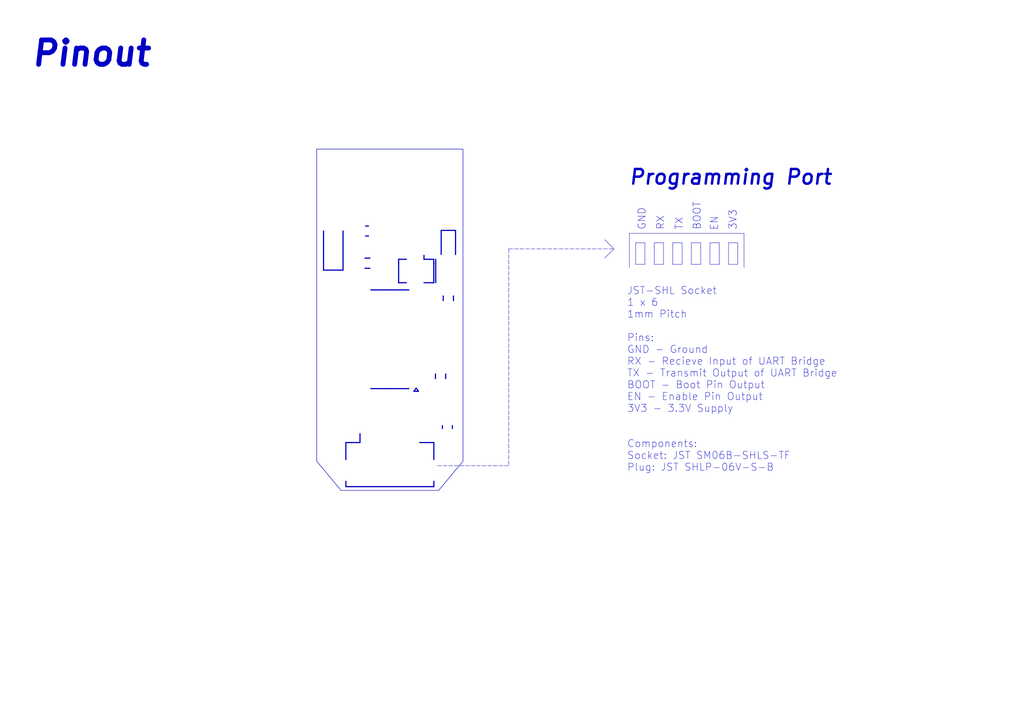
<source format=kicad_sch>
(kicad_sch
	(version 20231120)
	(generator "eeschema")
	(generator_version "8.0")
	(uuid "9ce4d237-f43f-423b-b1ba-4e1245516c3c")
	(paper "A3")
	(title_block
		(title "ESP-PROG Stick")
		(date "2024-10-31")
		(rev "2")
		(company "harexew.com // github.com/harexew")
	)
	(lib_symbols)
	(polyline
		(pts
			(xy 185.9848 123.2992) (xy 185.9848 121.4008)
		)
		(stroke
			(width 0.4799)
			(type solid)
		)
		(uuid "0126f12c-8440-4504-93c5-e9ae80a329e1")
	)
	(polyline
		(pts
			(xy 151.13 96.79) (xy 149.9596 96.79)
		)
		(stroke
			(width 0.4799)
			(type solid)
		)
		(uuid "03b2c730-9098-4d33-9ed6-acb81e7e94bd")
	)
	(polyline
		(pts
			(xy 166.6948 115.95) (xy 163.4948 115.95)
		)
		(stroke
			(width 0.4799)
			(type solid)
		)
		(uuid "092c045a-3db1-4ca4-8ee3-031ab4276a5c")
	)
	(polyline
		(pts
			(xy 179.4248 190.99) (xy 208.6348 190.99)
		)
		(stroke
			(width 0)
			(type dash)
		)
		(uuid "0b6e40ad-b921-4cf0-8d8c-5238a218c3a5")
	)
	(polyline
		(pts
			(xy 186.8348 94.51) (xy 180.9548 94.51)
		)
		(stroke
			(width 0.4799)
			(type solid)
		)
		(uuid "0ea9accb-461f-4d08-9ee8-6633d21cb879")
	)
	(polyline
		(pts
			(xy 305.1548 95.74) (xy 305.1548 109.71)
		)
		(stroke
			(width 0)
			(type default)
		)
		(uuid "10024249-e772-436f-8028-2db65e6f5865")
	)
	(polyline
		(pts
			(xy 248.0048 98.28) (xy 251.8148 102.09)
		)
		(stroke
			(width 0)
			(type solid)
		)
		(uuid "13304b4e-01f1-497c-be43-2cd06b2e21ac")
	)
	(polyline
		(pts
			(xy 177.8948 107.95) (xy 177.8948 106.35)
		)
		(stroke
			(width 0.4799)
			(type solid)
		)
		(uuid "181dfa1b-a048-4b11-be06-78ba439e2afc")
	)
	(polyline
		(pts
			(xy 149.676 110.04) (xy 151.7136 110.04)
		)
		(stroke
			(width 0.4799)
			(type solid)
		)
		(uuid "3263050c-85cf-4811-b6e7-6769b2cc4de4")
	)
	(polyline
		(pts
			(xy 178.6048 153.4008) (xy 178.6048 155.2992)
		)
		(stroke
			(width 0.4799)
			(type solid)
		)
		(uuid "35eb02d8-0407-45ff-acd3-0f2292ec4d5b")
	)
	(polyline
		(pts
			(xy 181.4548 174.5648) (xy 181.4548 175.7352)
		)
		(stroke
			(width 0.4799)
			(type solid)
		)
		(uuid "38ae0b31-3089-45e3-9aa5-59e80acb57bf")
	)
	(polyline
		(pts
			(xy 186.8348 104.35) (xy 186.8348 94.51)
		)
		(stroke
			(width 0.4799)
			(type solid)
		)
		(uuid "43ee55d9-4c84-4ff8-9571-61914f702263")
	)
	(polyline
		(pts
			(xy 177.9348 188.51) (xy 177.9348 181.51)
		)
		(stroke
			(width 0.4799)
			(type solid)
		)
		(uuid "459d77e3-190f-400d-ae61-b931439981f0")
	)
	(polyline
		(pts
			(xy 151.13 92.71) (xy 149.9596 92.71)
		)
		(stroke
			(width 0.4799)
			(type solid)
		)
		(uuid "49043423-5e9d-49f4-9217-c747f1598aa2")
	)
	(polyline
		(pts
			(xy 181.8048 123.2992) (xy 181.8048 121.4008)
		)
		(stroke
			(width 0.4799)
			(type solid)
		)
		(uuid "4afffae6-5036-42fe-bf83-702513e1eeff")
	)
	(polyline
		(pts
			(xy 258.1648 95.74) (xy 305.1548 95.74)
		)
		(stroke
			(width 0)
			(type default)
		)
		(uuid "4f13df50-26ec-460d-beba-f98ae29fc7a0")
	)
	(polyline
		(pts
			(xy 208.6348 102.09) (xy 208.6348 190.99)
		)
		(stroke
			(width 0)
			(type dash)
		)
		(uuid "519e5db5-4267-48b0-bed6-6ac814252ea1")
	)
	(polyline
		(pts
			(xy 177.9348 181.51) (xy 172.1348 181.51)
		)
		(stroke
			(width 0.4799)
			(type solid)
		)
		(uuid "54a556c1-07f9-4e57-b28d-6558fcf13a6e")
	)
	(polyline
		(pts
			(xy 163.4948 107.95) (xy 163.4948 106.35)
		)
		(stroke
			(width 0.4799)
			(type solid)
		)
		(uuid "58444ff3-24f1-4e5a-9f77-27614a6480b0")
	)
	(polyline
		(pts
			(xy 173.8948 106.35) (xy 177.8948 106.35)
		)
		(stroke
			(width 0.4799)
			(type solid)
		)
		(uuid "5af154ea-c69e-430a-bb1b-6df13cbcba36")
	)
	(polyline
		(pts
			(xy 182.7848 153.4008) (xy 182.7848 155.2992)
		)
		(stroke
			(width 0.4799)
			(type solid)
		)
		(uuid "5cffdac1-dae8-4702-b7d4-b1e620f72a57")
	)
	(polyline
		(pts
			(xy 185.5348 174.5648) (xy 185.5348 175.7352)
		)
		(stroke
			(width 0.4799)
			(type solid)
		)
		(uuid "623ce501-2da4-4ceb-88c8-1f7ad1468932")
	)
	(polyline
		(pts
			(xy 163.4948 106.35) (xy 166.6948 106.35)
		)
		(stroke
			(width 0.4799)
			(type solid)
		)
		(uuid "6331c830-6935-4240-811a-7a5af6da3c89")
	)
	(polyline
		(pts
			(xy 132.6948 110.79) (xy 132.6948 94.75)
		)
		(stroke
			(width 0.4799)
			(type solid)
		)
		(uuid "66762f48-a59e-4982-83c3-be4a98aa16fc")
	)
	(polyline
		(pts
			(xy 159.8948 118.91) (xy 152.0948 118.91)
		)
		(stroke
			(width 0.4799)
			(type solid)
		)
		(uuid "6a9ddb40-77fc-4ebf-a1f4-7f64c8447bf3")
	)
	(polyline
		(pts
			(xy 141.8548 197.39) (xy 141.8548 199.59)
		)
		(stroke
			(width 0.4799)
			(type solid)
		)
		(uuid "7779db05-90a4-48a4-bd89-020b3f325233")
	)
	(polyline
		(pts
			(xy 177.8948 115.95) (xy 173.8948 115.95)
		)
		(stroke
			(width 0.4799)
			(type solid)
		)
		(uuid "825e5f07-dc8e-4342-b649-9d40cba173a4")
	)
	(polyline
		(pts
			(xy 258.1648 95.74) (xy 258.1648 109.71)
		)
		(stroke
			(width 0)
			(type default)
		)
		(uuid "88b1a51f-cf9a-418a-abe2-e6d1bbf0c3de")
	)
	(polyline
		(pts
			(xy 180.9548 94.51) (xy 180.9548 104.35)
		)
		(stroke
			(width 0.4799)
			(type solid)
		)
		(uuid "8add6bb5-6814-4f05-81ec-db231694c853")
	)
	(polyline
		(pts
			(xy 141.8548 199.59) (xy 177.9348 199.59)
		)
		(stroke
			(width 0.4799)
			(type solid)
		)
		(uuid "8ccb9c23-26f5-4266-91d4-0f9477738e29")
	)
	(polyline
		(pts
			(xy 132.6948 110.79) (xy 140.6948 110.79)
		)
		(stroke
			(width 0.4799)
			(type solid)
		)
		(uuid "8da490bf-83a0-41c3-90f0-7c70370fbf22")
	)
	(polyline
		(pts
			(xy 140.6948 110.79) (xy 140.6948 94.75)
		)
		(stroke
			(width 0.4799)
			(type solid)
		)
		(uuid "957dc987-0c05-4886-91ba-56227ac9e323")
	)
	(polyline
		(pts
			(xy 141.8548 188.51) (xy 141.8548 181.51)
		)
		(stroke
			(width 0.4799)
			(type solid)
		)
		(uuid "97533e0a-dd55-45b8-8fb7-9c75864ce965")
	)
	(polyline
		(pts
			(xy 159.8948 159.39) (xy 152.0948 159.39)
		)
		(stroke
			(width 0.4799)
			(type solid)
		)
		(uuid "9ce5eab9-46ae-4cad-922c-d28e99101bce")
	)
	(polyline
		(pts
			(xy 173.8948 106.35) (xy 173.8948 104.75)
		)
		(stroke
			(width 0.4799)
			(type solid)
		)
		(uuid "a302bbd3-5a9f-47f8-82a1-a46196759335")
	)
	(polyline
		(pts
			(xy 147.6548 181.51) (xy 147.6548 177.95)
		)
		(stroke
			(width 0.4799)
			(type solid)
		)
		(uuid "a921a81a-da1f-4d89-96eb-a4988a94f4bd")
	)
	(polyline
		(pts
			(xy 141.8548 181.51) (xy 147.6548 181.51)
		)
		(stroke
			(width 0.4799)
			(type solid)
		)
		(uuid "af5076cb-8546-4f20-8735-65692902a5eb")
	)
	(polyline
		(pts
			(xy 149.676 105.86) (xy 151.7136 105.86)
		)
		(stroke
			(width 0.4799)
			(type solid)
		)
		(uuid "bbbaac50-5d20-4a54-9e6e-b63079d570b3")
	)
	(polyline
		(pts
			(xy 159.8948 118.91) (xy 167.6948 118.91)
		)
		(stroke
			(width 0.4799)
			(type solid)
		)
		(uuid "c2a8cd57-bbdd-4b2e-81b0-cdd80e27b86d")
	)
	(polyline
		(pts
			(xy 163.4948 115.95) (xy 163.4948 107.95)
		)
		(stroke
			(width 0.4799)
			(type solid)
		)
		(uuid "c57158c2-311d-4d4a-94d4-fb7dba20677d")
	)
	(polyline
		(pts
			(xy 177.9348 199.59) (xy 177.9348 197.39)
		)
		(stroke
			(width 0.4799)
			(type solid)
		)
		(uuid "e1b37bc2-89a9-4960-86e2-76ee273d64f7")
	)
	(polyline
		(pts
			(xy 248.0048 105.9) (xy 251.8148 102.09)
		)
		(stroke
			(width 0)
			(type solid)
		)
		(uuid "e65ec47e-3210-480d-a644-5b425ae3c968")
	)
	(polyline
		(pts
			(xy 208.6348 102.09) (xy 251.8148 102.09)
		)
		(stroke
			(width 0)
			(type dash)
		)
		(uuid "ecf94127-b97c-4ed0-b3c1-d7cec3cd562a")
	)
	(polyline
		(pts
			(xy 159.8948 159.39) (xy 167.6948 159.39)
		)
		(stroke
			(width 0.4799)
			(type solid)
		)
		(uuid "ef7a56cd-3a8f-4155-b24c-ee42cd6850ac")
	)
	(polyline
		(pts
			(xy 177.8948 107.95) (xy 177.8948 115.95)
		)
		(stroke
			(width 0.4799)
			(type solid)
		)
		(uuid "f4315672-855f-43fa-87dd-e874ddb99754")
	)
	(polyline
		(pts
			(xy 178.6948 115.95) (xy 178.6948 107.95)
		)
		(stroke
			(width 0.4799)
			(type solid)
		)
		(uuid "f9d859ba-c2a5-4bc0-834e-b9359dd3275a")
	)
	(polyline
		(pts
			(xy 178.6948 107.95) (xy 178.6948 106.35)
		)
		(stroke
			(width 0.4799)
			(type solid)
		)
		(uuid "fa20e350-3d1a-41c2-a707-209f5fce40c2")
	)
	(polyline
		(pts
			(xy 153.5244 130.3756) (xy 153.7192 130.5056) (xy 153.8492 130.7004) (xy 153.8948 130.93) (xy 153.8948 132.13)
			(xy 153.8492 132.3596) (xy 153.7192 132.5544) (xy 153.5244 132.6844) (xy 153.2948 132.73) (xy 146.6948 132.73)
			(xy 146.4652 132.6844) (xy 146.2704 132.5544) (xy 146.1404 132.3596) (xy 146.0948 132.13) (xy 146.0948 130.93)
			(xy 146.1404 130.7004) (xy 146.2704 130.5056) (xy 146.4652 130.3756) (xy 146.6948 130.33) (xy 153.2948 130.33)
			(xy 153.5244 130.3756)
		)
		(stroke
			(width -0.0001)
			(type solid)
		)
		(fill
			(type outline)
		)
		(uuid 034c16c9-6e2a-4268-8309-cb9cef35bff8)
	)
	(polyline
		(pts
			(xy 147.3696 79.182) (xy 147.7728 79.36) (xy 148.0848 79.672) (xy 148.2628 80.0752) (xy 148.2948 80.35)
			(xy 148.2948 85.95) (xy 148.2628 86.2248) (xy 148.0848 86.628) (xy 147.7728 86.94) (xy 147.3696 87.118)
			(xy 147.0948 87.15) (xy 144.6948 87.15) (xy 144.42 87.118) (xy 144.0168 86.94) (xy 143.7048 86.628)
			(xy 143.5268 86.2248) (xy 143.4948 85.95) (xy 143.4948 80.35) (xy 143.5268 80.0752) (xy 143.7048 79.672)
			(xy 144.0168 79.36) (xy 144.42 79.182) (xy 144.6948 79.15) (xy 147.0948 79.15) (xy 147.3696 79.182)
		)
		(stroke
			(width -0.0001)
			(type solid)
		)
		(fill
			(type outline)
		)
		(uuid 0483da03-9f25-419b-b11d-822afb8e2257)
	)
	(polyline
		(pts
			(xy 170.7244 177.9956) (xy 170.9192 178.1256) (xy 171.0492 178.3204) (xy 171.0948 178.55) (xy 171.0948 182.35)
			(xy 171.0492 182.5796) (xy 170.9192 182.7744) (xy 170.7244 182.9044) (xy 170.4948 182.95) (xy 169.2948 182.95)
			(xy 169.0652 182.9044) (xy 168.8704 182.7744) (xy 168.7404 182.5796) (xy 168.6948 182.35) (xy 168.6948 178.55)
			(xy 168.7404 178.3204) (xy 168.8704 178.1256) (xy 169.0652 177.9956) (xy 169.2948 177.95) (xy 170.4948 177.95)
			(xy 170.7244 177.9956)
		)
		(stroke
			(width -0.0001)
			(type solid)
		)
		(fill
			(type outline)
		)
		(uuid 074734ab-fa89-4fd7-b2a0-e4443b0d7269)
	)
	(polyline
		(pts
			(xy 185.3008 117.5108) (xy 185.5604 117.6844) (xy 185.734 117.944) (xy 185.7948 118.25) (xy 185.7948 119.85)
			(xy 185.734 120.156) (xy 185.5604 120.4156) (xy 185.3008 120.5892) (xy 184.9948 120.65) (xy 182.7948 120.65)
			(xy 182.4888 120.5892) (xy 182.2292 120.4156) (xy 182.0556 120.156) (xy 181.9948 119.85) (xy 181.9948 118.25)
			(xy 182.0556 117.944) (xy 182.2292 117.6844) (xy 182.4888 117.5108) (xy 182.7948 117.45) (xy 184.9948 117.45)
			(xy 185.3008 117.5108)
		)
		(stroke
			(width -0.0001)
			(type solid)
		)
		(fill
			(type outline)
		)
		(uuid 09b18d78-1699-413a-9157-ceaafc5a0ac6)
	)
	(polyline
		(pts
			(xy 184.7308 64.7832) (xy 185.1512 64.9688) (xy 185.476 65.2936) (xy 185.6616 65.714) (xy 185.6948 66.0001)
			(xy 185.6948 79.5) (xy 185.6616 79.786) (xy 185.476 80.2064) (xy 185.1512 80.5312) (xy 184.7308 80.7168)
			(xy 184.4448 80.75) (xy 180.9448 80.75) (xy 180.6588 80.7168) (xy 180.2384 80.5312) (xy 179.9136 80.2064)
			(xy 179.728 79.786) (xy 179.6948 79.5) (xy 179.6948 66.0001) (xy 179.728 65.714) (xy 179.9136 65.2936)
			(xy 180.2384 64.9688) (xy 180.6588 64.7832) (xy 180.9448 64.7501) (xy 184.4448 64.7501) (xy 184.7308 64.7832)
		)
		(stroke
			(width -0.0001)
			(type solid)
		)
		(fill
			(type outline)
		)
		(uuid 10b380d6-7727-4921-b072-f047c8c1502f)
	)
	(polyline
		(pts
			(xy 184.8084 176.5224) (xy 185.1164 176.7284) (xy 185.3224 177.0364) (xy 185.3948 177.4) (xy 185.3948 179.8)
			(xy 185.3224 180.1636) (xy 185.1164 180.4716) (xy 184.8084 180.6776) (xy 184.4448 180.75) (xy 182.5448 180.75)
			(xy 182.1812 180.6776) (xy 181.8732 180.4716) (xy 181.6672 180.1636) (xy 181.5948 179.8) (xy 181.5948 177.4)
			(xy 181.6672 177.0364) (xy 181.8732 176.7284) (xy 182.1812 176.5224) (xy 182.5448 176.45) (xy 184.4448 176.45)
			(xy 184.8084 176.5224)
		)
		(stroke
			(width -0.0001)
			(type solid)
		)
		(fill
			(type outline)
		)
		(uuid 17ac73d8-312e-4adf-bf0a-542147d4c2ca)
	)
	(rectangle
		(start 260.7048 99.55)
		(end 264.5148 108.44)
		(stroke
			(width 0)
			(type default)
		)
		(fill
			(type none)
		)
		(uuid 1aa8f4a7-8547-4577-b677-13c99891bb65)
	)
	(polyline
		(pts
			(xy 173.3244 135.4556) (xy 173.5192 135.5856) (xy 173.6492 135.7804) (xy 173.6948 136.01) (xy 173.6948 137.21)
			(xy 173.6492 137.4396) (xy 173.5192 137.6344) (xy 173.3244 137.7644) (xy 173.0948 137.81) (xy 166.4948 137.81)
			(xy 166.2652 137.7644) (xy 166.0704 137.6344) (xy 165.9404 137.4396) (xy 165.8948 137.21) (xy 165.8948 136.01)
			(xy 165.9404 135.7804) (xy 166.0704 135.5856) (xy 166.2652 135.4556) (xy 166.4948 135.41) (xy 173.0948 135.41)
			(xy 173.3244 135.4556)
		)
		(stroke
			(width -0.0001)
			(type solid)
		)
		(fill
			(type outline)
		)
		(uuid 1b960453-c038-4e6e-8211-6d79bbf4b24c)
	)
	(rectangle
		(start 298.8048 99.55)
		(end 302.6148 108.44)
		(stroke
			(width 0)
			(type default)
		)
		(fill
			(type none)
		)
		(uuid 213337f2-20f5-4af2-b99a-87fd1ee71669)
	)
	(polyline
		(pts
			(xy 171.6548 160.49) (xy 169.7348 160.49) (xy 170.6948 159.17) (xy 171.6548 160.49)
		)
		(stroke
			(width 0.4799)
			(type solid)
		)
		(fill
			(type outline)
		)
		(uuid 26709f83-8745-498d-a370-1966a7aaed0b)
	)
	(polyline
		(pts
			(xy 153.5244 125.2956) (xy 153.7192 125.4256) (xy 153.8492 125.6204) (xy 153.8948 125.85) (xy 153.8948 127.05)
			(xy 153.8492 127.2796) (xy 153.7192 127.4744) (xy 153.5244 127.6044) (xy 153.2948 127.65) (xy 146.6948 127.65)
			(xy 146.4652 127.6044) (xy 146.2704 127.4744) (xy 146.1404 127.2796) (xy 146.0948 127.05) (xy 146.0948 125.85)
			(xy 146.1404 125.6204) (xy 146.2704 125.4256) (xy 146.4652 125.2956) (xy 146.6948 125.25) (xy 153.2948 125.25)
			(xy 153.5244 125.2956)
		)
		(stroke
			(width -0.0001)
			(type solid)
		)
		(fill
			(type outline)
		)
		(uuid 28060ad1-1dfa-4729-a3dc-bad9d49fb85b)
	)
	(polyline
		(pts
			(xy 153.5244 145.6156) (xy 153.7192 145.7456) (xy 153.8492 145.9404) (xy 153.8948 146.17) (xy 153.8948 147.37)
			(xy 153.8492 147.5996) (xy 153.7192 147.7944) (xy 153.5244 147.9244) (xy 153.2948 147.97) (xy 146.6948 147.97)
			(xy 146.4652 147.9244) (xy 146.2704 147.7944) (xy 146.1404 147.5996) (xy 146.0948 147.37) (xy 146.0948 146.17)
			(xy 146.1404 145.9404) (xy 146.2704 145.7456) (xy 146.4652 145.6156) (xy 146.6948 145.57) (xy 153.2948 145.57)
			(xy 153.5244 145.6156)
		)
		(stroke
			(width -0.0001)
			(type solid)
		)
		(fill
			(type outline)
		)
		(uuid 29134a3e-378c-476e-ac63-783ec242f198)
	)
	(polyline
		(pts
			(xy 173.3244 140.5356) (xy 173.5192 140.6656) (xy 173.6492 140.8604) (xy 173.6948 141.09) (xy 173.6948 142.29)
			(xy 173.6492 142.5196) (xy 173.5192 142.7144) (xy 173.3244 142.8444) (xy 173.0948 142.89) (xy 166.4948 142.89)
			(xy 166.2652 142.8444) (xy 166.0704 142.7144) (xy 165.9404 142.5196) (xy 165.8948 142.29) (xy 165.8948 141.09)
			(xy 165.9404 140.8604) (xy 166.0704 140.6656) (xy 166.2652 140.5356) (xy 166.4948 140.49) (xy 173.0948 140.49)
			(xy 173.3244 140.5356)
		)
		(stroke
			(width -0.0001)
			(type solid)
		)
		(fill
			(type outline)
		)
		(uuid 2b0639b3-581d-4fcc-a0d2-addb092cb684)
	)
	(polyline
		(pts
			(xy 185.2084 102.6224) (xy 185.5164 102.8284) (xy 185.7224 103.1364) (xy 185.7948 103.5) (xy 185.7948 105.8)
			(xy 185.7224 106.1636) (xy 185.5164 106.4716) (xy 185.2084 106.6776) (xy 184.8448 106.75) (xy 182.9448 106.75)
			(xy 182.5812 106.6776) (xy 182.2732 106.4716) (xy 182.0672 106.1636) (xy 181.9948 105.8) (xy 181.9948 103.5)
			(xy 182.0672 103.1364) (xy 182.2732 102.8284) (xy 182.5812 102.6224) (xy 182.9448 102.55) (xy 184.8448 102.55)
			(xy 185.2084 102.6224)
		)
		(stroke
			(width -0.0001)
			(type solid)
		)
		(fill
			(type outline)
		)
		(uuid 2e2c7b3e-42bb-47ff-9dd7-bee2635d7a68)
	)
	(rectangle
		(start 268.3248 99.55)
		(end 272.1348 108.44)
		(stroke
			(width 0)
			(type default)
		)
		(fill
			(type none)
		)
		(uuid 2f5a3a32-b32a-4006-a9fc-f9234b838965)
	)
	(polyline
		(pts
			(xy 182.1008 149.5108) (xy 182.3604 149.6844) (xy 182.534 149.944) (xy 182.5948 150.25) (xy 182.5948 151.85)
			(xy 182.534 152.156) (xy 182.3604 152.4156) (xy 182.1008 152.5892) (xy 181.7948 152.65) (xy 179.5948 152.65)
			(xy 179.2888 152.5892) (xy 179.0292 152.4156) (xy 178.8556 152.156) (xy 178.7948 151.85) (xy 178.7948 150.25)
			(xy 178.8556 149.944) (xy 179.0292 149.6844) (xy 179.2888 149.5108) (xy 179.5948 149.45) (xy 181.7948 149.45)
			(xy 182.1008 149.5108)
		)
		(stroke
			(width -0.0001)
			(type solid)
		)
		(fill
			(type outline)
		)
		(uuid 34f3f738-508d-45cd-bd03-8b52c40edcff)
	)
	(polyline
		(pts
			(xy 139.1308 64.7832) (xy 139.5512 64.9688) (xy 139.876 65.2936) (xy 140.0616 65.714) (xy 140.0948 66.0001)
			(xy 140.0948 79.5) (xy 140.0616 79.786) (xy 139.876 80.2064) (xy 139.5512 80.5312) (xy 139.1308 80.7168)
			(xy 138.8448 80.75) (xy 135.3448 80.75) (xy 135.0588 80.7168) (xy 134.6384 80.5312) (xy 134.3136 80.2064)
			(xy 134.128 79.786) (xy 134.0948 79.5) (xy 134.0948 66.0001) (xy 134.128 65.714) (xy 134.3136 65.2936)
			(xy 134.6384 64.9688) (xy 135.0588 64.7832) (xy 135.3448 64.7501) (xy 138.8448 64.7501) (xy 139.1308 64.7832)
		)
		(stroke
			(width -0.0001)
			(type solid)
		)
		(fill
			(type outline)
		)
		(uuid 3d826f10-138f-402f-8c20-6e8df6b86737)
	)
	(polyline
		(pts
			(xy 138.5392 106.2184) (xy 138.8312 106.4136) (xy 139.0264 106.7056) (xy 139.0948 107.05) (xy 139.0948 108.85)
			(xy 139.0264 109.1944) (xy 138.8312 109.4864) (xy 138.5392 109.6816) (xy 138.1948 109.75) (xy 135.1948 109.75)
			(xy 134.8504 109.6816) (xy 134.5584 109.4864) (xy 134.3632 109.1944) (xy 134.2948 108.85) (xy 134.2948 107.05)
			(xy 134.3632 106.7056) (xy 134.5584 106.4136) (xy 134.8504 106.2184) (xy 135.1948 106.15) (xy 138.1948 106.15)
			(xy 138.5392 106.2184)
		)
		(stroke
			(width -0.0001)
			(type solid)
		)
		(fill
			(type outline)
		)
		(uuid 3db26ef4-f436-4585-93d8-b9b847fc5608)
	)
	(polyline
		(pts
			(xy 155.7084 106.1224) (xy 156.0164 106.3284) (xy 156.2224 106.6364) (xy 156.2948 107) (xy 156.2948 108.9)
			(xy 156.2224 109.2636) (xy 156.0164 109.5716) (xy 155.7084 109.7776) (xy 155.3448 109.85) (xy 153.3448 109.85)
			(xy 152.9812 109.7776) (xy 152.6732 109.5716) (xy 152.4672 109.2636) (xy 152.3948 108.9) (xy 152.3948 107)
			(xy 152.4672 106.6364) (xy 152.6732 106.3284) (xy 152.9812 106.1224) (xy 153.3448 106.05) (xy 155.3448 106.05)
			(xy 155.7084 106.1224)
		)
		(stroke
			(width -0.0001)
			(type solid)
		)
		(fill
			(type outline)
		)
		(uuid 489c8d66-7c08-4b13-9187-9870adeb95b1)
	)
	(rectangle
		(start 291.1848 99.55)
		(end 294.9948 108.44)
		(stroke
			(width 0)
			(type default)
		)
		(fill
			(type none)
		)
		(uuid 4935a77d-c858-4513-b541-60eed7eeaf12)
	)
	(polyline
		(pts
			(xy 176.9392 189.6184) (xy 177.2312 189.8136) (xy 177.4264 190.1056) (xy 177.4948 190.45) (xy 177.4948 195.45)
			(xy 177.4264 195.7944) (xy 177.2312 196.0864) (xy 176.9392 196.2816) (xy 176.5948 196.35) (xy 174.7948 196.35)
			(xy 174.4504 196.2816) (xy 174.1584 196.0864) (xy 173.9632 195.7944) (xy 173.8948 195.45) (xy 173.8948 190.45)
			(xy 173.9632 190.1056) (xy 174.1584 189.8136) (xy 174.4504 189.6184) (xy 174.7948 189.55) (xy 176.5948 189.55)
			(xy 176.9392 189.6184)
		)
		(stroke
			(width -0.0001)
			(type solid)
		)
		(fill
			(type outline)
		)
		(uuid 4e2a9490-afec-457a-9ea7-f546768ca43d)
	)
	(rectangle
		(start 275.9448 99.55)
		(end 279.7548 108.44)
		(stroke
			(width 0)
			(type default)
		)
		(fill
			(type none)
		)
		(uuid 53eeb8f5-686d-4c98-b4bf-c85d4cfa2aec)
	)
	(polyline
		(pts
			(xy 155.5584 92.9224) (xy 155.8664 93.1284) (xy 156.0724 93.4364) (xy 156.1448 93.8) (xy 156.1448 95.7)
			(xy 156.0724 96.0636) (xy 155.8664 96.3716) (xy 155.5584 96.5776) (xy 155.1948 96.65) (xy 152.7948 96.65)
			(xy 152.4312 96.5776) (xy 152.1232 96.3716) (xy 151.9172 96.0636) (xy 151.8448 95.7) (xy 151.8448 93.8)
			(xy 151.9172 93.4364) (xy 152.1232 93.1284) (xy 152.4312 92.9224) (xy 152.7948 92.85) (xy 155.1948 92.85)
			(xy 155.5584 92.9224)
		)
		(stroke
			(width -0.0001)
			(type solid)
		)
		(fill
			(type outline)
		)
		(uuid 61a89620-60c3-485b-9314-82953b27ef78)
	)
	(polyline
		(pts
			(xy 158.7244 177.9956) (xy 158.9192 178.1256) (xy 159.0492 178.3204) (xy 159.0948 178.55) (xy 159.0948 182.35)
			(xy 159.0492 182.5796) (xy 158.9192 182.7744) (xy 158.7244 182.9044) (xy 158.4948 182.95) (xy 157.2948 182.95)
			(xy 157.0652 182.9044) (xy 156.8704 182.7744) (xy 156.7404 182.5796) (xy 156.6948 182.35) (xy 156.6948 178.55)
			(xy 156.7404 178.3204) (xy 156.8704 178.1256) (xy 157.0652 177.9956) (xy 157.2948 177.95) (xy 158.4948 177.95)
			(xy 158.7244 177.9956)
		)
		(stroke
			(width -0.0001)
			(type solid)
		)
		(fill
			(type outline)
		)
		(uuid 62784aaf-915b-4f53-802f-a809cf32419c)
	)
	(polyline
		(pts
			(xy 166.7244 177.9956) (xy 166.9192 178.1256) (xy 167.0492 178.3204) (xy 167.0948 178.55) (xy 167.0948 182.35)
			(xy 167.0492 182.5796) (xy 166.9192 182.7744) (xy 166.7244 182.9044) (xy 166.4948 182.95) (xy 165.2948 182.95)
			(xy 165.0652 182.9044) (xy 164.8704 182.7744) (xy 164.7404 182.5796) (xy 164.6948 182.35) (xy 164.6948 178.55)
			(xy 164.7404 178.3204) (xy 164.8704 178.1256) (xy 165.0652 177.9956) (xy 165.2948 177.95) (xy 166.4948 177.95)
			(xy 166.7244 177.9956)
		)
		(stroke
			(width -0.0001)
			(type solid)
		)
		(fill
			(type outline)
		)
		(uuid 6f776973-617e-494c-930b-fae39be2cf25)
	)
	(polyline
		(pts
			(xy 150.7244 177.9956) (xy 150.9192 178.1256) (xy 151.0492 178.3204) (xy 151.0948 178.55) (xy 151.0948 182.35)
			(xy 151.0492 182.5796) (xy 150.9192 182.7744) (xy 150.7244 182.9044) (xy 150.4948 182.95) (xy 149.2948 182.95)
			(xy 149.0652 182.9044) (xy 148.8704 182.7744) (xy 148.7404 182.5796) (xy 148.6948 182.35) (xy 148.6948 178.55)
			(xy 148.7404 178.3204) (xy 148.8704 178.1256) (xy 149.0652 177.9956) (xy 149.2948 177.95) (xy 150.4948 177.95)
			(xy 150.7244 177.9956)
		)
		(stroke
			(width -0.0001)
			(type solid)
		)
		(fill
			(type outline)
		)
		(uuid 7954623e-8ead-42a4-a153-146ab61488b7)
	)
	(polyline
		(pts
			(xy 153.5244 140.5356) (xy 153.7192 140.6656) (xy 153.8492 140.8604) (xy 153.8948 141.09) (xy 153.8948 142.29)
			(xy 153.8492 142.5196) (xy 153.7192 142.7144) (xy 153.5244 142.8444) (xy 153.2948 142.89) (xy 146.6948 142.89)
			(xy 146.4652 142.8444) (xy 146.2704 142.7144) (xy 146.1404 142.5196) (xy 146.0948 142.29) (xy 146.0948 141.09)
			(xy 146.1404 140.8604) (xy 146.2704 140.6656) (xy 146.4652 140.5356) (xy 146.6948 140.49) (xy 153.2948 140.49)
			(xy 153.5244 140.5356)
		)
		(stroke
			(width -0.0001)
			(type solid)
		)
		(fill
			(type outline)
		)
		(uuid 80af9e86-cc69-4d24-90c0-b6eca593c98e)
	)
	(polyline
		(pts
			(xy 185.3008 124.1108) (xy 185.5604 124.2844) (xy 185.734 124.544) (xy 185.7948 124.85) (xy 185.7948 126.45)
			(xy 185.734 126.756) (xy 185.5604 127.0156) (xy 185.3008 127.1892) (xy 184.9948 127.25) (xy 182.7948 127.25)
			(xy 182.4888 127.1892) (xy 182.2292 127.0156) (xy 182.0556 126.756) (xy 181.9948 126.45) (xy 181.9948 124.85)
			(xy 182.0556 124.544) (xy 182.2292 124.2844) (xy 182.4888 124.1108) (xy 182.7948 124.05) (xy 184.9948 124.05)
			(xy 185.3008 124.1108)
		)
		(stroke
			(width -0.0001)
			(type solid)
		)
		(fill
			(type outline)
		)
		(uuid 82107d5a-6e77-43ce-9f00-b7fcb0833435)
	)
	(polyline
		(pts
			(xy 165.4096 79.182) (xy 165.8128 79.36) (xy 166.1248 79.672) (xy 166.3028 80.0752) (xy 166.3348 80.35)
			(xy 166.3348 85.95) (xy 166.3028 86.2248) (xy 166.1248 86.628) (xy 165.8128 86.94) (xy 165.4096 87.118)
			(xy 165.1348 87.15) (xy 162.7348 87.15) (xy 162.46 87.118) (xy 162.0568 86.94) (xy 161.7448 86.628)
			(xy 161.5668 86.2248) (xy 161.5348 85.95) (xy 161.5348 80.35) (xy 161.5668 80.0752) (xy 161.7448 79.672)
			(xy 162.0568 79.36) (xy 162.46 79.182) (xy 162.7348 79.15) (xy 165.1348 79.15) (xy 165.4096 79.182)
		)
		(stroke
			(width -0.0001)
			(type solid)
		)
		(fill
			(type outline)
		)
		(uuid 82146120-643e-42e5-9a4d-fdfd127c1563)
	)
	(polyline
		(pts
			(xy 173.3244 125.2956) (xy 173.5192 125.4256) (xy 173.6492 125.6204) (xy 173.6948 125.85) (xy 173.6948 127.05)
			(xy 173.6492 127.2796) (xy 173.5192 127.4744) (xy 173.3244 127.6044) (xy 173.0948 127.65) (xy 166.4948 127.65)
			(xy 166.2652 127.6044) (xy 166.0704 127.4744) (xy 165.9404 127.2796) (xy 165.8948 127.05) (xy 165.8948 125.85)
			(xy 165.9404 125.6204) (xy 166.0704 125.4256) (xy 166.2652 125.2956) (xy 166.4948 125.25) (xy 173.0948 125.25)
			(xy 173.3244 125.2956)
		)
		(stroke
			(width -0.0001)
			(type solid)
		)
		(fill
			(type outline)
		)
		(uuid 8c430d43-89ec-4ddf-99bf-0d28d5a4208d)
	)
	(polyline
		(pts
			(xy 166.6948 114.95) (xy 165.0948 114.95) (xy 165.0948 107.35) (xy 166.6948 107.35) (xy 166.6948 114.95)
		)
		(stroke
			(width -0.0001)
			(type solid)
		)
		(fill
			(type outline)
		)
		(uuid 90aed504-70c9-47e6-9440-7f98e4f69eef)
	)
	(polyline
		(pts
			(xy 173.3244 145.6156) (xy 173.5192 145.7456) (xy 173.6492 145.9404) (xy 173.6948 146.17) (xy 173.6948 147.37)
			(xy 173.6492 147.5996) (xy 173.5192 147.7944) (xy 173.3244 147.9244) (xy 173.0948 147.97) (xy 166.4948 147.97)
			(xy 166.2652 147.9244) (xy 166.0704 147.7944) (xy 165.9404 147.5996) (xy 165.8948 147.37) (xy 165.8948 146.17)
			(xy 165.9404 145.9404) (xy 166.0704 145.7456) (xy 166.2652 145.6156) (xy 166.4948 145.57) (xy 173.0948 145.57)
			(xy 173.3244 145.6156)
		)
		(stroke
			(width -0.0001)
			(type solid)
		)
		(fill
			(type outline)
		)
		(uuid 9af2581d-1375-489b-a947-6ffbf62da8f0)
	)
	(polyline
		(pts
			(xy 175.3696 79.182) (xy 175.7728 79.36) (xy 176.0848 79.672) (xy 176.2628 80.0752) (xy 176.2948 80.35)
			(xy 176.2948 85.95) (xy 176.2628 86.2248) (xy 176.0848 86.628) (xy 175.7728 86.94) (xy 175.3696 87.118)
			(xy 175.0948 87.15) (xy 172.6948 87.15) (xy 172.42 87.118) (xy 172.0168 86.94) (xy 171.7048 86.628)
			(xy 171.5268 86.2248) (xy 171.4948 85.95) (xy 171.4948 80.35) (xy 171.5268 80.0752) (xy 171.7048 79.672)
			(xy 172.0168 79.36) (xy 172.42 79.182) (xy 172.6948 79.15) (xy 175.0948 79.15) (xy 175.3696 79.182)
		)
		(stroke
			(width -0.0001)
			(type solid)
		)
		(fill
			(type outline)
		)
		(uuid 9f443379-bd6b-44ff-8ea7-0eda0197e004)
	)
	(polyline
		(pts
			(xy 153.5244 155.7756) (xy 153.7192 155.9056) (xy 153.8492 156.1004) (xy 153.8948 156.33) (xy 153.8948 157.53)
			(xy 153.8492 157.7596) (xy 153.7192 157.9544) (xy 153.5244 158.0844) (xy 153.2948 158.13) (xy 146.6948 158.13)
			(xy 146.4652 158.0844) (xy 146.2704 157.9544) (xy 146.1404 157.7596) (xy 146.0948 157.53) (xy 146.0948 156.33)
			(xy 146.1404 156.1004) (xy 146.2704 155.9056) (xy 146.4652 155.7756) (xy 146.6948 155.73) (xy 153.2948 155.73)
			(xy 153.5244 155.7756)
		)
		(stroke
			(width -0.0001)
			(type solid)
		)
		(fill
			(type outline)
		)
		(uuid 9f64af54-c8ea-48a7-9235-29eca8776e44)
	)
	(rectangle
		(start 283.5648 99.55)
		(end 287.3748 108.44)
		(stroke
			(width 0)
			(type default)
		)
		(fill
			(type none)
		)
		(uuid a604938d-4db6-4066-b6ed-5b91fb17edd2)
	)
	(polyline
		(pts
			(xy 171.4948 114.95) (xy 169.8948 114.95) (xy 169.8948 107.35) (xy 171.4948 107.35) (xy 171.4948 114.95)
		)
		(stroke
			(width -0.0001)
			(type solid)
		)
		(fill
			(type outline)
		)
		(uuid acfa98b8-818c-4420-aaea-fbc68ebb352a)
	)
	(polyline
		(pts
			(xy 184.8084 169.6224) (xy 185.1164 169.8284) (xy 185.3224 170.1364) (xy 185.3948 170.5) (xy 185.3948 172.9)
			(xy 185.3224 173.2636) (xy 185.1164 173.5716) (xy 184.8084 173.7776) (xy 184.4448 173.85) (xy 182.5448 173.85)
			(xy 182.1812 173.7776) (xy 181.8732 173.5716) (xy 181.6672 173.2636) (xy 181.5948 172.9) (xy 181.5948 170.5)
			(xy 181.6672 170.1364) (xy 181.8732 169.8284) (xy 182.1812 169.6224) (xy 182.5448 169.55) (xy 184.4448 169.55)
			(xy 184.8084 169.6224)
		)
		(stroke
			(width -0.0001)
			(type solid)
		)
		(fill
			(type outline)
		)
		(uuid ad8d8553-064b-4d34-bad5-697f27a9f573)
	)
	(polyline
		(pts
			(xy 145.3392 189.6184) (xy 145.6312 189.8136) (xy 145.8264 190.1056) (xy 145.8948 190.45) (xy 145.8948 195.45)
			(xy 145.8264 195.7944) (xy 145.6312 196.0864) (xy 145.3392 196.2816) (xy 144.9948 196.35) (xy 143.1948 196.35)
			(xy 142.8504 196.2816) (xy 142.5584 196.0864) (xy 142.3632 195.7944) (xy 142.2948 195.45) (xy 142.2948 190.45)
			(xy 142.3632 190.1056) (xy 142.5584 189.8136) (xy 142.8504 189.6184) (xy 143.1948 189.55) (xy 144.9948 189.55)
			(xy 145.3392 189.6184)
		)
		(stroke
			(width -0.0001)
			(type solid)
		)
		(fill
			(type outline)
		)
		(uuid b67973ae-e17d-443f-92e1-fa4b161c9328)
	)
	(polyline
		(pts
			(xy 153.5244 120.2156) (xy 153.7192 120.3456) (xy 153.8492 120.5404) (xy 153.8948 120.77) (xy 153.8948 121.97)
			(xy 153.8492 122.1996) (xy 153.7192 122.3944) (xy 153.5244 122.5244) (xy 153.2948 122.57) (xy 146.6948 122.57)
			(xy 146.4652 122.5244) (xy 146.2704 122.3944) (xy 146.1404 122.1996) (xy 146.0948 121.97) (xy 146.0948 120.77)
			(xy 146.1404 120.5404) (xy 146.2704 120.3456) (xy 146.4652 120.2156) (xy 146.6948 120.17) (xy 153.2948 120.17)
			(xy 153.5244 120.2156)
		)
		(stroke
			(width -0.0001)
			(type solid)
		)
		(fill
			(type outline)
		)
		(uuid b77dec54-97b4-47a0-89d3-c3f9230eb522)
	)
	(polyline
		(pts
			(xy 148.6584 92.9224) (xy 148.9664 93.1284) (xy 149.1724 93.4364) (xy 149.2448 93.8) (xy 149.2448 95.7)
			(xy 149.1724 96.0636) (xy 148.9664 96.3716) (xy 148.6584 96.5776) (xy 148.2948 96.65) (xy 145.8948 96.65)
			(xy 145.5312 96.5776) (xy 145.2232 96.3716) (xy 145.0172 96.0636) (xy 144.9448 95.7) (xy 144.9448 93.8)
			(xy 145.0172 93.4364) (xy 145.2232 93.1284) (xy 145.5312 92.9224) (xy 145.8948 92.85) (xy 148.2948 92.85)
			(xy 148.6584 92.9224)
		)
		(stroke
			(width -0.0001)
			(type solid)
		)
		(fill
			(type outline)
		)
		(uuid b9d37efb-3388-4249-998d-cfb7a8461c9c)
	)
	(polyline
		(pts
			(xy 173.3244 120.2156) (xy 173.5192 120.3456) (xy 173.6492 120.5404) (xy 173.6948 120.77) (xy 173.6948 121.97)
			(xy 173.6492 122.1996) (xy 173.5192 122.3944) (xy 173.3244 122.5244) (xy 173.0948 122.57) (xy 166.4948 122.57)
			(xy 166.2652 122.5244) (xy 166.0704 122.3944) (xy 165.9404 122.1996) (xy 165.8948 121.97) (xy 165.8948 120.77)
			(xy 165.9404 120.5404) (xy 166.0704 120.3456) (xy 166.2652 120.2156) (xy 166.4948 120.17) (xy 173.0948 120.17)
			(xy 173.3244 120.2156)
		)
		(stroke
			(width -0.0001)
			(type solid)
		)
		(fill
			(type outline)
		)
		(uuid bd3b9b6a-4696-42d4-a70a-7a51ef7c189e)
	)
	(polyline
		(pts
			(xy 153.5244 150.6956) (xy 153.7192 150.8256) (xy 153.8492 151.0204) (xy 153.8948 151.25) (xy 153.8948 152.45)
			(xy 153.8492 152.6796) (xy 153.7192 152.8744) (xy 153.5244 153.0044) (xy 153.2948 153.05) (xy 146.6948 153.05)
			(xy 146.4652 153.0044) (xy 146.2704 152.8744) (xy 146.1404 152.6796) (xy 146.0948 152.45) (xy 146.0948 151.25)
			(xy 146.1404 151.0204) (xy 146.2704 150.8256) (xy 146.4652 150.6956) (xy 146.6948 150.65) (xy 153.2948 150.65)
			(xy 153.5244 150.6956)
		)
		(stroke
			(width -0.0001)
			(type solid)
		)
		(fill
			(type outline)
		)
		(uuid bf390709-a5ba-4042-8c0c-5e5e7dc87e81)
	)
	(polyline
		(pts
			(xy 150.9977 70.7527) (xy 151.0993 70.7604) (xy 151.1994 70.7731) (xy 151.2979 70.7907) (xy 151.3946 70.813)
			(xy 151.4895 70.84) (xy 151.5825 70.8714) (xy 151.6733 70.9072) (xy 151.7619 70.9473) (xy 151.8481 70.9914)
			(xy 151.9319 71.0396) (xy 152.013 71.0916) (xy 152.0914 71.1474) (xy 152.167 71.2068) (xy 152.2396 71.2696)
			(xy 152.309 71.3358) (xy 152.3752 71.4053) (xy 152.4381 71.4779) (xy 152.4975 71.5534) (xy 152.5532 71.6318)
			(xy 152.6053 71.713) (xy 152.6534 71.7967) (xy 152.6976 71.883) (xy 152.7376 71.9716) (xy 152.7734 72.0624)
			(xy 152.8049 72.1553) (xy 152.8318 72.2502) (xy 152.8542 72.347) (xy 152.8718 72.4455) (xy 152.8845 72.5456)
			(xy 152.8922 72.6471) (xy 152.8948 72.7501) (xy 152.8922 72.853) (xy 152.8845 72.9545) (xy 152.8718 73.0546)
			(xy 152.8542 73.1531) (xy 152.8318 73.2499) (xy 152.8049 73.3448) (xy 152.7734 73.4377) (xy 152.7376 73.5285)
			(xy 152.6976 73.6171) (xy 152.6534 73.7034) (xy 152.6053 73.7871) (xy 152.5532 73.8683) (xy 152.4975 73.9467)
			(xy 152.4381 74.0222) (xy 152.3752 74.0948) (xy 152.309 74.1643) (xy 152.2396 74.2305) (xy 152.167 74.2933)
			(xy 152.0914 74.3527) (xy 152.013 74.4085) (xy 151.9319 74.4605) (xy 151.8481 74.5087) (xy 151.7619 74.5528)
			(xy 151.6733 74.5929) (xy 151.5825 74.6287) (xy 151.4895 74.6601) (xy 151.3946 74.6871) (xy 151.2979 74.7094)
			(xy 151.1994 74.727) (xy 151.0993 74.7397) (xy 150.9977 74.7474) (xy 150.8948 74.75) (xy 150.7919 74.7474)
			(xy 150.6903 74.7397) (xy 150.5902 74.727) (xy 150.4917 74.7094) (xy 150.395 74.6871) (xy 150.3001 74.6601)
			(xy 150.2071 74.6287) (xy 150.1163 74.5929) (xy 150.0277 74.5528) (xy 149.9415 74.5087) (xy 149.8577 74.4605)
			(xy 149.7766 74.4085) (xy 149.6982 74.3527) (xy 149.6226 74.2933) (xy 149.55 74.2305) (xy 149.4806 74.1643)
			(xy 149.4144 74.0948) (xy 149.3515 74.0222) (xy 149.2921 73.9467) (xy 149.2364 73.8683) (xy 149.1843 73.7871)
			(xy 149.1362 73.7034) (xy 149.092 73.6171) (xy 149.052 73.5285) (xy 149.0162 73.4377) (xy 148.9847 73.3448)
			(xy 148.9578 73.2499) (xy 148.9354 73.1531) (xy 148.9178 73.0546) (xy 148.9051 72.9545) (xy 148.8974 72.853)
			(xy 148.8948 72.7501) (xy 148.8974 72.6471) (xy 148.9051 72.5456) (xy 148.9178 72.4455) (xy 148.9354 72.347)
			(xy 148.9578 72.2502) (xy 148.9847 72.1553) (xy 149.0162 72.0624) (xy 149.052 71.9716) (xy 149.092 71.883)
			(xy 149.1362 71.7967) (xy 149.1843 71.713) (xy 149.2364 71.6318) (xy 149.2921 71.5534) (xy 149.3515 71.4779)
			(xy 149.4144 71.4053) (xy 149.4806 71.3358) (xy 149.55 71.2696) (xy 149.6226 71.2068) (xy 149.6982 71.1474)
			(xy 149.7766 71.0916) (xy 149.8577 71.0396) (xy 149.9415 70.9914) (xy 150.0277 70.9473) (xy 150.1163 70.9072)
			(xy 150.2071 70.8714) (xy 150.3001 70.84) (xy 150.395 70.813) (xy 150.4917 70.7907) (xy 150.5902 70.7731)
			(xy 150.6903 70.7604) (xy 150.7919 70.7527) (xy 150.8948 70.7501) (xy 150.9977 70.7527)
		)
		(stroke
			(width -0.0001)
			(type solid)
		)
		(fill
			(type outline)
		)
		(uuid c3db7efe-1dad-4dda-86b2-7d14330911d8)
	)
	(polyline
		(pts
			(xy 153.5244 135.4556) (xy 153.7192 135.5856) (xy 153.8492 135.7804) (xy 153.8948 136.01) (xy 153.8948 137.21)
			(xy 153.8492 137.4396) (xy 153.7192 137.6344) (xy 153.5244 137.7644) (xy 153.2948 137.81) (xy 146.6948 137.81)
			(xy 146.4652 137.7644) (xy 146.2704 137.6344) (xy 146.1404 137.4396) (xy 146.0948 137.21) (xy 146.0948 136.01)
			(xy 146.1404 135.7804) (xy 146.2704 135.5856) (xy 146.4652 135.4556) (xy 146.6948 135.41) (xy 153.2948 135.41)
			(xy 153.5244 135.4556)
		)
		(stroke
			(width -0.0001)
			(type solid)
		)
		(fill
			(type outline)
		)
		(uuid c4b80fbd-e5ed-4582-be6e-270a6c0d7c35)
	)
	(polyline
		(pts
			(xy 168.9977 70.7527) (xy 169.0993 70.7604) (xy 169.1994 70.7731) (xy 169.2979 70.7907) (xy 169.3946 70.813)
			(xy 169.4895 70.84) (xy 169.5825 70.8714) (xy 169.6733 70.9072) (xy 169.7619 70.9473) (xy 169.8481 70.9914)
			(xy 169.9319 71.0396) (xy 170.013 71.0916) (xy 170.0914 71.1474) (xy 170.167 71.2068) (xy 170.2396 71.2696)
			(xy 170.309 71.3358) (xy 170.3752 71.4053) (xy 170.4381 71.4779) (xy 170.4975 71.5534) (xy 170.5532 71.6318)
			(xy 170.6052 71.713) (xy 170.6534 71.7967) (xy 170.6976 71.883) (xy 170.7376 71.9716) (xy 170.7734 72.0624)
			(xy 170.8049 72.1553) (xy 170.8318 72.2502) (xy 170.8542 72.347) (xy 170.8718 72.4455) (xy 170.8845 72.5456)
			(xy 170.8922 72.6471) (xy 170.8948 72.7501) (xy 170.8922 72.853) (xy 170.8845 72.9545) (xy 170.8718 73.0546)
			(xy 170.8542 73.1531) (xy 170.8318 73.2499) (xy 170.8049 73.3448) (xy 170.7734 73.4377) (xy 170.7376 73.5285)
			(xy 170.6976 73.6171) (xy 170.6534 73.7034) (xy 170.6052 73.7871) (xy 170.5532 73.8683) (xy 170.4975 73.9467)
			(xy 170.4381 74.0222) (xy 170.3752 74.0948) (xy 170.309 74.1643) (xy 170.2396 74.2305) (xy 170.167 74.2933)
			(xy 170.0914 74.3527) (xy 170.013 74.4085) (xy 169.9319 74.4605) (xy 169.8481 74.5087) (xy 169.7619 74.5528)
			(xy 169.6733 74.5929) (xy 169.5825 74.6287) (xy 169.4895 74.6601) (xy 169.3946 74.6871) (xy 169.2979 74.7094)
			(xy 169.1994 74.727) (xy 169.0993 74.7397) (xy 168.9977 74.7474) (xy 168.8948 74.75) (xy 168.7919 74.7474)
			(xy 168.6903 74.7397) (xy 168.5902 74.727) (xy 168.4917 74.7094) (xy 168.395 74.6871) (xy 168.3001 74.6601)
			(xy 168.2071 74.6287) (xy 168.1163 74.5929) (xy 168.0277 74.5528) (xy 167.9415 74.5087) (xy 167.8577 74.4605)
			(xy 167.7766 74.4085) (xy 167.6982 74.3527) (xy 167.6226 74.2933) (xy 167.55 74.2305) (xy 167.4806 74.1643)
			(xy 167.4144 74.0948) (xy 167.3515 74.0222) (xy 167.2921 73.9467) (xy 167.2364 73.8683) (xy 167.1843 73.7871)
			(xy 167.1362 73.7034) (xy 167.092 73.6171) (xy 167.052 73.5285) (xy 167.0162 73.4377) (xy 166.9847 73.3448)
			(xy 166.9578 73.2499) (xy 166.9354 73.1531) (xy 166.9178 73.0546) (xy 166.9051 72.9545) (xy 166.8974 72.853)
			(xy 166.8948 72.7501) (xy 166.8974 72.6471) (xy 166.9051 72.5456) (xy 166.9178 72.4455) (xy 166.9354 72.347)
			(xy 166.9578 72.2502) (xy 166.9847 72.1553) (xy 167.0162 72.0624) (xy 167.052 71.9716) (xy 167.092 71.883)
			(xy 167.1362 71.7967) (xy 167.1843 71.713) (xy 167.2364 71.6318) (xy 167.2921 71.5534) (xy 167.3515 71.4779)
			(xy 167.4144 71.4053) (xy 167.4806 71.3358) (xy 167.55 71.2696) (xy 167.6226 71.2068) (xy 167.6982 71.1474)
			(xy 167.7766 71.0916) (xy 167.8577 71.0396) (xy 167.9415 70.9914) (xy 168.0277 70.9473) (xy 168.1163 70.9072)
			(xy 168.2071 70.8714) (xy 168.3001 70.84) (xy 168.395 70.813) (xy 168.4917 70.7907) (xy 168.5902 70.7731)
			(xy 168.6903 70.7604) (xy 168.7919 70.7527) (xy 168.8948 70.7501) (xy 168.9977 70.7527)
		)
		(stroke
			(width -0.0001)
			(type solid)
		)
		(fill
			(type outline)
		)
		(uuid cbd10155-93e9-4762-99a7-4ed7894abca0)
	)
	(polyline
		(pts
			(xy 162.7244 177.9956) (xy 162.9192 178.1256) (xy 163.0492 178.3204) (xy 163.0948 178.55) (xy 163.0948 182.35)
			(xy 163.0492 182.5796) (xy 162.9192 182.7744) (xy 162.7244 182.9044) (xy 162.4948 182.95) (xy 161.2948 182.95)
			(xy 161.0652 182.9044) (xy 160.8704 182.7744) (xy 160.7404 182.5796) (xy 160.6948 182.35) (xy 160.6948 178.55)
			(xy 160.7404 178.3204) (xy 160.8704 178.1256) (xy 161.0652 177.9956) (xy 161.2948 177.95) (xy 162.4948 177.95)
			(xy 162.7244 177.9956)
		)
		(stroke
			(width -0.0001)
			(type solid)
		)
		(fill
			(type outline)
		)
		(uuid d07c6b2c-3e67-4dec-b91e-8fbe9664ce29)
	)
	(polyline
		(pts
			(xy 185.2084 95.6224) (xy 185.5164 95.8284) (xy 185.7224 96.1364) (xy 185.7948 96.5) (xy 185.7948 98.8)
			(xy 185.7224 99.1636) (xy 185.5164 99.4716) (xy 185.2084 99.6776) (xy 184.8448 99.75) (xy 182.9448 99.75)
			(xy 182.5812 99.6776) (xy 182.2732 99.4716) (xy 182.0672 99.1636) (xy 181.9948 98.8) (xy 181.9948 96.5)
			(xy 182.0672 96.1364) (xy 182.2732 95.8284) (xy 182.5812 95.6224) (xy 182.9448 95.55) (xy 184.8448 95.55)
			(xy 185.2084 95.6224)
		)
		(stroke
			(width -0.0001)
			(type solid)
		)
		(fill
			(type outline)
		)
		(uuid d8c60149-4e26-4747-9174-2aef33925f7c)
	)
	(polyline
		(pts
			(xy 182.1008 156.1108) (xy 182.3604 156.2844) (xy 182.534 156.544) (xy 182.5948 156.85) (xy 182.5948 158.45)
			(xy 182.534 158.756) (xy 182.3604 159.0156) (xy 182.1008 159.1892) (xy 181.7948 159.25) (xy 179.5948 159.25)
			(xy 179.2888 159.1892) (xy 179.0292 159.0156) (xy 178.8556 158.756) (xy 178.7948 158.45) (xy 178.7948 156.85)
			(xy 178.8556 156.544) (xy 179.0292 156.2844) (xy 179.2888 156.1108) (xy 179.5948 156.05) (xy 181.7948 156.05)
			(xy 182.1008 156.1108)
		)
		(stroke
			(width -0.0001)
			(type solid)
		)
		(fill
			(type outline)
		)
		(uuid de365caa-8621-4b2e-a4f2-2787921cc255)
	)
	(polyline
		(pts
			(xy 138.5392 93.0184) (xy 138.8312 93.2136) (xy 139.0264 93.5056) (xy 139.0948 93.85) (xy 139.0948 95.65)
			(xy 139.0264 95.9944) (xy 138.8312 96.2864) (xy 138.5392 96.4816) (xy 138.1948 96.55) (xy 135.1948 96.55)
			(xy 134.8504 96.4816) (xy 134.5584 96.2864) (xy 134.3632 95.9944) (xy 134.2948 95.65) (xy 134.2948 93.85)
			(xy 134.3632 93.5056) (xy 134.5584 93.2136) (xy 134.8504 93.0184) (xy 135.1948 92.95) (xy 138.1948 92.95)
			(xy 138.5392 93.0184)
		)
		(stroke
			(width -0.0001)
			(type solid)
		)
		(fill
			(type outline)
		)
		(uuid df3c54ea-4310-41f6-b02b-7ffde511f297)
	)
	(polyline
		(pts
			(xy 189.8948 189.15) (xy 179.8948 201.15) (xy 139.8948 201.15) (xy 129.8948 189.15) (xy 129.8948 61.15)
			(xy 189.8948 61.15) (xy 189.8948 189.15)
		)
		(stroke
			(width 0.1999)
			(type solid)
		)
		(fill
			(type none)
		)
		(uuid e56bdfc2-94de-4c33-a39d-e3b3d5d27ee6)
	)
	(polyline
		(pts
			(xy 173.3244 130.3756) (xy 173.5192 130.5056) (xy 173.6492 130.7004) (xy 173.6948 130.93) (xy 173.6948 132.13)
			(xy 173.6492 132.3596) (xy 173.5192 132.5544) (xy 173.3244 132.6844) (xy 173.0948 132.73) (xy 166.4948 132.73)
			(xy 166.2652 132.6844) (xy 166.0704 132.5544) (xy 165.9404 132.3596) (xy 165.8948 132.13) (xy 165.8948 130.93)
			(xy 165.9404 130.7004) (xy 166.0704 130.5056) (xy 166.2652 130.3756) (xy 166.4948 130.33) (xy 173.0948 130.33)
			(xy 173.3244 130.3756)
		)
		(stroke
			(width -0.0001)
			(type solid)
		)
		(fill
			(type outline)
		)
		(uuid e7662cb8-b973-4d31-95c7-c76b0d7469fd)
	)
	(polyline
		(pts
			(xy 154.7244 177.9956) (xy 154.9192 178.1256) (xy 155.0492 178.3204) (xy 155.0948 178.55) (xy 155.0948 182.35)
			(xy 155.0492 182.5796) (xy 154.9192 182.7744) (xy 154.7244 182.9044) (xy 154.4948 182.95) (xy 153.2948 182.95)
			(xy 153.0652 182.9044) (xy 152.8704 182.7744) (xy 152.7404 182.5796) (xy 152.6948 182.35) (xy 152.6948 178.55)
			(xy 152.7404 178.3204) (xy 152.8704 178.1256) (xy 153.0652 177.9956) (xy 153.2948 177.95) (xy 154.4948 177.95)
			(xy 154.7244 177.9956)
		)
		(stroke
			(width -0.0001)
			(type solid)
		)
		(fill
			(type outline)
		)
		(uuid e8ab7b48-2ffd-4a6a-ba07-fbe0342ee858)
	)
	(polyline
		(pts
			(xy 157.3696 79.182) (xy 157.7728 79.36) (xy 158.0848 79.672) (xy 158.2628 80.0752) (xy 158.2948 80.35)
			(xy 158.2948 85.95) (xy 158.2628 86.2248) (xy 158.0848 86.628) (xy 157.7728 86.94) (xy 157.3696 87.118)
			(xy 157.0948 87.15) (xy 154.6948 87.15) (xy 154.42 87.118) (xy 154.0168 86.94) (xy 153.7048 86.628)
			(xy 153.5268 86.2248) (xy 153.4948 85.95) (xy 153.4948 80.35) (xy 153.5268 80.0752) (xy 153.7048 79.672)
			(xy 154.0168 79.36) (xy 154.42 79.182) (xy 154.6948 79.15) (xy 157.0948 79.15) (xy 157.3696 79.182)
		)
		(stroke
			(width -0.0001)
			(type solid)
		)
		(fill
			(type outline)
		)
		(uuid ea1d629b-9576-4bc9-a722-76279b311165)
	)
	(polyline
		(pts
			(xy 176.2948 114.95) (xy 174.6948 114.95) (xy 174.6948 107.35) (xy 176.2948 107.35) (xy 176.2948 114.95)
		)
		(stroke
			(width -0.0001)
			(type solid)
		)
		(fill
			(type outline)
		)
		(uuid ea28a79a-f49f-4438-859b-b77d505dc0b7)
	)
	(polyline
		(pts
			(xy 173.3244 155.7756) (xy 173.5192 155.9056) (xy 173.6492 156.1004) (xy 173.6948 156.33) (xy 173.6948 157.53)
			(xy 173.6492 157.7596) (xy 173.5192 157.9544) (xy 173.3244 158.0844) (xy 173.0948 158.13) (xy 166.4948 158.13)
			(xy 166.2652 158.0844) (xy 166.0704 157.9544) (xy 165.9404 157.7596) (xy 165.8948 157.53) (xy 165.8948 156.33)
			(xy 165.9404 156.1004) (xy 166.0704 155.9056) (xy 166.2652 155.7756) (xy 166.4948 155.73) (xy 173.0948 155.73)
			(xy 173.3244 155.7756)
		)
		(stroke
			(width -0.0001)
			(type solid)
		)
		(fill
			(type outline)
		)
		(uuid ea2fcb5f-abea-4b00-bb85-aca702d92ade)
	)
	(polyline
		(pts
			(xy 148.4084 106.1224) (xy 148.7164 106.3284) (xy 148.9224 106.6364) (xy 148.9948 107) (xy 148.9948 108.9)
			(xy 148.9224 109.2636) (xy 148.7164 109.5716) (xy 148.4084 109.7776) (xy 148.0448 109.85) (xy 146.0448 109.85)
			(xy 145.6812 109.7776) (xy 145.3732 109.5716) (xy 145.1672 109.2636) (xy 145.0948 108.9) (xy 145.0948 107)
			(xy 145.1672 106.6364) (xy 145.3732 106.3284) (xy 145.6812 106.1224) (xy 146.0448 106.05) (xy 148.0448 106.05)
			(xy 148.4084 106.1224)
		)
		(stroke
			(width -0.0001)
			(type solid)
		)
		(fill
			(type outline)
		)
		(uuid f7e3a8ee-dabe-4525-a554-a88178e93351)
	)
	(polyline
		(pts
			(xy 173.3244 150.6956) (xy 173.5192 150.8256) (xy 173.6492 151.0204) (xy 173.6948 151.25) (xy 173.6948 152.45)
			(xy 173.6492 152.6796) (xy 173.5192 152.8744) (xy 173.3244 153.0044) (xy 173.0948 153.05) (xy 166.4948 153.05)
			(xy 166.2652 153.0044) (xy 166.0704 152.8744) (xy 165.9404 152.6796) (xy 165.8948 152.45) (xy 165.8948 151.25)
			(xy 165.9404 151.0204) (xy 166.0704 150.8256) (xy 166.2652 150.6956) (xy 166.4948 150.65) (xy 173.0948 150.65)
			(xy 173.3244 150.6956)
		)
		(stroke
			(width -0.0001)
			(type solid)
		)
		(fill
			(type outline)
		)
		(uuid f830e6ab-cfba-4dfd-8f69-e4c34a14a41f)
	)
	(text "Programming Port"
		(exclude_from_sim no)
		(at 257.6568 69.324 0)
		(effects
			(font
				(size 6 6)
				(thickness 1)
				(italic yes)
			)
			(justify left top)
		)
		(uuid "60a9ba85-2a9c-4851-a4b6-1b0ae9fde878")
	)
	(text "RX"
		(exclude_from_sim no)
		(at 270.8648 94.47 90)
		(effects
			(font
				(size 3 3)
				(thickness 0.1588)
			)
			(justify left)
		)
		(uuid "65286b9e-7121-44c0-84fa-e0fc05a594d8")
	)
	(text "TX"
		(exclude_from_sim no)
		(at 278.4848 94.47 90)
		(effects
			(font
				(size 3 3)
				(thickness 0.1588)
			)
			(justify left)
		)
		(uuid "6f67d5bd-78e5-4977-b56a-d89038d114df")
	)
	(text "BOOT"
		(exclude_from_sim no)
		(at 285.8508 94.47 90)
		(effects
			(font
				(size 3 3)
				(thickness 0.1588)
			)
			(justify left)
		)
		(uuid "7526b9a0-8201-461d-b2ae-307ffa26d948")
	)
	(text "3V3"
		(exclude_from_sim no)
		(at 300.5828 94.47 90)
		(effects
			(font
				(size 3 3)
				(thickness 0.1588)
			)
			(justify left)
		)
		(uuid "7c7d167b-747e-4b42-9dab-39cb60cf755e")
	)
	(text "GND"
		(exclude_from_sim no)
		(at 263.2448 94.47 90)
		(effects
			(font
				(size 3 3)
				(thickness 0.1588)
			)
			(justify left)
		)
		(uuid "9e3457ee-d54b-49f5-a625-83cf31a01fc2")
	)
	(text "JST-SHL Socket\n1 x 6\n1mm Pitch\n\nPins:\nGND - Ground\nRX - Recieve Input of UART Bridge\nTX - Transmit Output of UART Bridge\nBOOT - Boot Pin Output\nEN - Enable Pin Output\n3V3 - 3.3V Supply\n\n\nComponents:\nSocket: JST SM06B-SHLS-TF\nPlug: JST SHLP-06V-S-B"
		(exclude_from_sim no)
		(at 257.1488 117.584 0)
		(effects
			(font
				(size 3 3)
			)
			(justify left top)
		)
		(uuid "a7f70728-6800-42ec-8ed4-ee0e3649b3c5")
	)
	(text "EN"
		(exclude_from_sim no)
		(at 292.9628 94.724 90)
		(effects
			(font
				(size 3 3)
				(thickness 0.1588)
			)
			(justify left)
		)
		(uuid "b7e4b076-cca5-4762-bffa-7c56220c4282")
	)
	(text "Pinout"
		(exclude_from_sim no)
		(at 12.192 16.256 0)
		(effects
			(font
				(size 10 10)
				(thickness 2)
				(bold yes)
				(italic yes)
			)
			(justify left top)
		)
		(uuid "d281348b-1014-437c-9115-7468cc74029c")
	)
)

</source>
